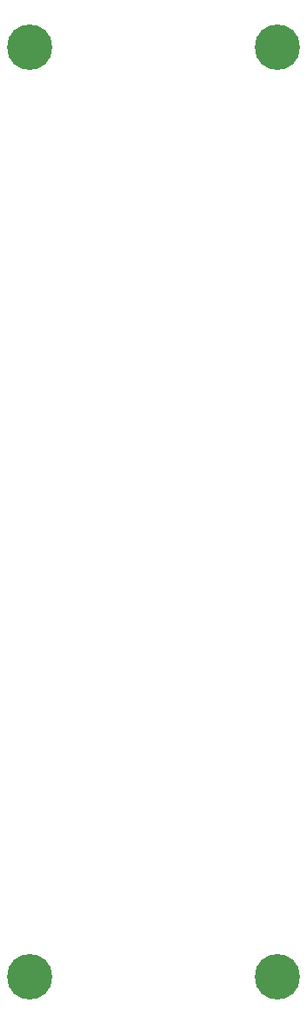
<source format=gbr>
%TF.GenerationSoftware,KiCad,Pcbnew,9.0.6*%
%TF.CreationDate,2025-12-05T19:32:35+03:00*%
%TF.ProjectId,PMLED-10,504d4c45-442d-4313-902e-6b696361645f,rev?*%
%TF.SameCoordinates,PX3ec0740PY6021600*%
%TF.FileFunction,Soldermask,Bot*%
%TF.FilePolarity,Negative*%
%FSLAX46Y46*%
G04 Gerber Fmt 4.6, Leading zero omitted, Abs format (unit mm)*
G04 Created by KiCad (PCBNEW 9.0.6) date 2025-12-05 19:32:35*
%MOMM*%
%LPD*%
G01*
G04 APERTURE LIST*
%ADD10C,0.700000*%
%ADD11C,4.400000*%
G04 APERTURE END LIST*
D10*
%TO.C,H2*%
X-13650000Y-45000000D03*
X-13166726Y-43833274D03*
X-13166726Y-46166726D03*
X-12000000Y-43350000D03*
D11*
X-12000000Y-45000000D03*
D10*
X-12000000Y-46650000D03*
X-10833274Y-43833274D03*
X-10833274Y-46166726D03*
X-10350000Y-45000000D03*
%TD*%
%TO.C,H3*%
X10350000Y45000000D03*
X10833274Y46166726D03*
X10833274Y43833274D03*
X12000000Y46650000D03*
D11*
X12000000Y45000000D03*
D10*
X12000000Y43350000D03*
X13166726Y46166726D03*
X13166726Y43833274D03*
X13650000Y45000000D03*
%TD*%
%TO.C,H5*%
X-13650000Y45000000D03*
X-13166726Y46166726D03*
X-13166726Y43833274D03*
X-12000000Y46650000D03*
D11*
X-12000000Y45000000D03*
D10*
X-12000000Y43350000D03*
X-10833274Y46166726D03*
X-10833274Y43833274D03*
X-10350000Y45000000D03*
%TD*%
%TO.C,H1*%
X10350000Y-45000000D03*
X10833274Y-43833274D03*
X10833274Y-46166726D03*
X12000000Y-43350000D03*
D11*
X12000000Y-45000000D03*
D10*
X12000000Y-46650000D03*
X13166726Y-43833274D03*
X13166726Y-46166726D03*
X13650000Y-45000000D03*
%TD*%
M02*

</source>
